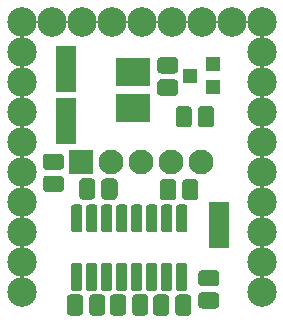
<source format=gbr>
G04 #@! TF.GenerationSoftware,KiCad,Pcbnew,(5.1.5)-3*
G04 #@! TF.CreationDate,2020-12-08T16:15:33+01:00*
G04 #@! TF.ProjectId,Microduino_UART,4d696372-6f64-4756-996e-6f5f55415254,0.0*
G04 #@! TF.SameCoordinates,Original*
G04 #@! TF.FileFunction,Soldermask,Bot*
G04 #@! TF.FilePolarity,Negative*
%FSLAX46Y46*%
G04 Gerber Fmt 4.6, Leading zero omitted, Abs format (unit mm)*
G04 Created by KiCad (PCBNEW (5.1.5)-3) date 2020-12-08 16:15:33*
%MOMM*%
%LPD*%
G04 APERTURE LIST*
%ADD10C,0.100000*%
%ADD11R,2.100000X2.100000*%
%ADD12C,2.100000*%
%ADD13R,1.670000X1.370000*%
%ADD14C,2.500000*%
%ADD15R,1.300000X1.200000*%
%ADD16R,2.900000X2.350000*%
G04 APERTURE END LIST*
D10*
G36*
X155912043Y-78565555D02*
G01*
X155945412Y-78570505D01*
X155978135Y-78578702D01*
X156009897Y-78590066D01*
X156040393Y-78604490D01*
X156069327Y-78621832D01*
X156096423Y-78641928D01*
X156121418Y-78664582D01*
X156144072Y-78689577D01*
X156164168Y-78716673D01*
X156181510Y-78745607D01*
X156195934Y-78776103D01*
X156207298Y-78807865D01*
X156215495Y-78840588D01*
X156220445Y-78873957D01*
X156222100Y-78907650D01*
X156222100Y-80020150D01*
X156220445Y-80053843D01*
X156215495Y-80087212D01*
X156207298Y-80119935D01*
X156195934Y-80151697D01*
X156181510Y-80182193D01*
X156164168Y-80211127D01*
X156144072Y-80238223D01*
X156121418Y-80263218D01*
X156096423Y-80285872D01*
X156069327Y-80305968D01*
X156040393Y-80323310D01*
X156009897Y-80337734D01*
X155978135Y-80349098D01*
X155945412Y-80357295D01*
X155912043Y-80362245D01*
X155878350Y-80363900D01*
X155190850Y-80363900D01*
X155157157Y-80362245D01*
X155123788Y-80357295D01*
X155091065Y-80349098D01*
X155059303Y-80337734D01*
X155028807Y-80323310D01*
X154999873Y-80305968D01*
X154972777Y-80285872D01*
X154947782Y-80263218D01*
X154925128Y-80238223D01*
X154905032Y-80211127D01*
X154887690Y-80182193D01*
X154873266Y-80151697D01*
X154861902Y-80119935D01*
X154853705Y-80087212D01*
X154848755Y-80053843D01*
X154847100Y-80020150D01*
X154847100Y-78907650D01*
X154848755Y-78873957D01*
X154853705Y-78840588D01*
X154861902Y-78807865D01*
X154873266Y-78776103D01*
X154887690Y-78745607D01*
X154905032Y-78716673D01*
X154925128Y-78689577D01*
X154947782Y-78664582D01*
X154972777Y-78641928D01*
X154999873Y-78621832D01*
X155028807Y-78604490D01*
X155059303Y-78590066D01*
X155091065Y-78578702D01*
X155123788Y-78570505D01*
X155157157Y-78565555D01*
X155190850Y-78563900D01*
X155878350Y-78563900D01*
X155912043Y-78565555D01*
G37*
G36*
X154037043Y-78565555D02*
G01*
X154070412Y-78570505D01*
X154103135Y-78578702D01*
X154134897Y-78590066D01*
X154165393Y-78604490D01*
X154194327Y-78621832D01*
X154221423Y-78641928D01*
X154246418Y-78664582D01*
X154269072Y-78689577D01*
X154289168Y-78716673D01*
X154306510Y-78745607D01*
X154320934Y-78776103D01*
X154332298Y-78807865D01*
X154340495Y-78840588D01*
X154345445Y-78873957D01*
X154347100Y-78907650D01*
X154347100Y-80020150D01*
X154345445Y-80053843D01*
X154340495Y-80087212D01*
X154332298Y-80119935D01*
X154320934Y-80151697D01*
X154306510Y-80182193D01*
X154289168Y-80211127D01*
X154269072Y-80238223D01*
X154246418Y-80263218D01*
X154221423Y-80285872D01*
X154194327Y-80305968D01*
X154165393Y-80323310D01*
X154134897Y-80337734D01*
X154103135Y-80349098D01*
X154070412Y-80357295D01*
X154037043Y-80362245D01*
X154003350Y-80363900D01*
X153315850Y-80363900D01*
X153282157Y-80362245D01*
X153248788Y-80357295D01*
X153216065Y-80349098D01*
X153184303Y-80337734D01*
X153153807Y-80323310D01*
X153124873Y-80305968D01*
X153097777Y-80285872D01*
X153072782Y-80263218D01*
X153050128Y-80238223D01*
X153030032Y-80211127D01*
X153012690Y-80182193D01*
X152998266Y-80151697D01*
X152986902Y-80119935D01*
X152978705Y-80087212D01*
X152973755Y-80053843D01*
X152972100Y-80020150D01*
X152972100Y-78907650D01*
X152973755Y-78873957D01*
X152978705Y-78840588D01*
X152986902Y-78807865D01*
X152998266Y-78776103D01*
X153012690Y-78745607D01*
X153030032Y-78716673D01*
X153050128Y-78689577D01*
X153072782Y-78664582D01*
X153097777Y-78641928D01*
X153124873Y-78621832D01*
X153153807Y-78604490D01*
X153184303Y-78590066D01*
X153216065Y-78578702D01*
X153248788Y-78570505D01*
X153282157Y-78565555D01*
X153315850Y-78563900D01*
X154003350Y-78563900D01*
X154037043Y-78565555D01*
G37*
G36*
X151682943Y-88319155D02*
G01*
X151716312Y-88324105D01*
X151749035Y-88332302D01*
X151780797Y-88343666D01*
X151811293Y-88358090D01*
X151840227Y-88375432D01*
X151867323Y-88395528D01*
X151892318Y-88418182D01*
X151914972Y-88443177D01*
X151935068Y-88470273D01*
X151952410Y-88499207D01*
X151966834Y-88529703D01*
X151978198Y-88561465D01*
X151986395Y-88594188D01*
X151991345Y-88627557D01*
X151993000Y-88661250D01*
X151993000Y-89773750D01*
X151991345Y-89807443D01*
X151986395Y-89840812D01*
X151978198Y-89873535D01*
X151966834Y-89905297D01*
X151952410Y-89935793D01*
X151935068Y-89964727D01*
X151914972Y-89991823D01*
X151892318Y-90016818D01*
X151867323Y-90039472D01*
X151840227Y-90059568D01*
X151811293Y-90076910D01*
X151780797Y-90091334D01*
X151749035Y-90102698D01*
X151716312Y-90110895D01*
X151682943Y-90115845D01*
X151649250Y-90117500D01*
X150961750Y-90117500D01*
X150928057Y-90115845D01*
X150894688Y-90110895D01*
X150861965Y-90102698D01*
X150830203Y-90091334D01*
X150799707Y-90076910D01*
X150770773Y-90059568D01*
X150743677Y-90039472D01*
X150718682Y-90016818D01*
X150696028Y-89991823D01*
X150675932Y-89964727D01*
X150658590Y-89935793D01*
X150644166Y-89905297D01*
X150632802Y-89873535D01*
X150624605Y-89840812D01*
X150619655Y-89807443D01*
X150618000Y-89773750D01*
X150618000Y-88661250D01*
X150619655Y-88627557D01*
X150624605Y-88594188D01*
X150632802Y-88561465D01*
X150644166Y-88529703D01*
X150658590Y-88499207D01*
X150675932Y-88470273D01*
X150696028Y-88443177D01*
X150718682Y-88418182D01*
X150743677Y-88395528D01*
X150770773Y-88375432D01*
X150799707Y-88358090D01*
X150830203Y-88343666D01*
X150861965Y-88332302D01*
X150894688Y-88324105D01*
X150928057Y-88319155D01*
X150961750Y-88317500D01*
X151649250Y-88317500D01*
X151682943Y-88319155D01*
G37*
G36*
X149807943Y-88319155D02*
G01*
X149841312Y-88324105D01*
X149874035Y-88332302D01*
X149905797Y-88343666D01*
X149936293Y-88358090D01*
X149965227Y-88375432D01*
X149992323Y-88395528D01*
X150017318Y-88418182D01*
X150039972Y-88443177D01*
X150060068Y-88470273D01*
X150077410Y-88499207D01*
X150091834Y-88529703D01*
X150103198Y-88561465D01*
X150111395Y-88594188D01*
X150116345Y-88627557D01*
X150118000Y-88661250D01*
X150118000Y-89773750D01*
X150116345Y-89807443D01*
X150111395Y-89840812D01*
X150103198Y-89873535D01*
X150091834Y-89905297D01*
X150077410Y-89935793D01*
X150060068Y-89964727D01*
X150039972Y-89991823D01*
X150017318Y-90016818D01*
X149992323Y-90039472D01*
X149965227Y-90059568D01*
X149936293Y-90076910D01*
X149905797Y-90091334D01*
X149874035Y-90102698D01*
X149841312Y-90110895D01*
X149807943Y-90115845D01*
X149774250Y-90117500D01*
X149086750Y-90117500D01*
X149053057Y-90115845D01*
X149019688Y-90110895D01*
X148986965Y-90102698D01*
X148955203Y-90091334D01*
X148924707Y-90076910D01*
X148895773Y-90059568D01*
X148868677Y-90039472D01*
X148843682Y-90016818D01*
X148821028Y-89991823D01*
X148800932Y-89964727D01*
X148783590Y-89935793D01*
X148769166Y-89905297D01*
X148757802Y-89873535D01*
X148749605Y-89840812D01*
X148744655Y-89807443D01*
X148743000Y-89773750D01*
X148743000Y-88661250D01*
X148744655Y-88627557D01*
X148749605Y-88594188D01*
X148757802Y-88561465D01*
X148769166Y-88529703D01*
X148783590Y-88499207D01*
X148800932Y-88470273D01*
X148821028Y-88443177D01*
X148843682Y-88418182D01*
X148868677Y-88395528D01*
X148895773Y-88375432D01*
X148924707Y-88358090D01*
X148955203Y-88343666D01*
X148986965Y-88332302D01*
X149019688Y-88324105D01*
X149053057Y-88319155D01*
X149086750Y-88317500D01*
X149774250Y-88317500D01*
X149807943Y-88319155D01*
G37*
G36*
X153452843Y-88331855D02*
G01*
X153486212Y-88336805D01*
X153518935Y-88345002D01*
X153550697Y-88356366D01*
X153581193Y-88370790D01*
X153610127Y-88388132D01*
X153637223Y-88408228D01*
X153662218Y-88430882D01*
X153684872Y-88455877D01*
X153704968Y-88482973D01*
X153722310Y-88511907D01*
X153736734Y-88542403D01*
X153748098Y-88574165D01*
X153756295Y-88606888D01*
X153761245Y-88640257D01*
X153762900Y-88673950D01*
X153762900Y-89786450D01*
X153761245Y-89820143D01*
X153756295Y-89853512D01*
X153748098Y-89886235D01*
X153736734Y-89917997D01*
X153722310Y-89948493D01*
X153704968Y-89977427D01*
X153684872Y-90004523D01*
X153662218Y-90029518D01*
X153637223Y-90052172D01*
X153610127Y-90072268D01*
X153581193Y-90089610D01*
X153550697Y-90104034D01*
X153518935Y-90115398D01*
X153486212Y-90123595D01*
X153452843Y-90128545D01*
X153419150Y-90130200D01*
X152731650Y-90130200D01*
X152697957Y-90128545D01*
X152664588Y-90123595D01*
X152631865Y-90115398D01*
X152600103Y-90104034D01*
X152569607Y-90089610D01*
X152540673Y-90072268D01*
X152513577Y-90052172D01*
X152488582Y-90029518D01*
X152465928Y-90004523D01*
X152445832Y-89977427D01*
X152428490Y-89948493D01*
X152414066Y-89917997D01*
X152402702Y-89886235D01*
X152394505Y-89853512D01*
X152389555Y-89820143D01*
X152387900Y-89786450D01*
X152387900Y-88673950D01*
X152389555Y-88640257D01*
X152394505Y-88606888D01*
X152402702Y-88574165D01*
X152414066Y-88542403D01*
X152428490Y-88511907D01*
X152445832Y-88482973D01*
X152465928Y-88455877D01*
X152488582Y-88430882D01*
X152513577Y-88408228D01*
X152540673Y-88388132D01*
X152569607Y-88370790D01*
X152600103Y-88356366D01*
X152631865Y-88345002D01*
X152664588Y-88336805D01*
X152697957Y-88331855D01*
X152731650Y-88330200D01*
X153419150Y-88330200D01*
X153452843Y-88331855D01*
G37*
G36*
X155327843Y-88331855D02*
G01*
X155361212Y-88336805D01*
X155393935Y-88345002D01*
X155425697Y-88356366D01*
X155456193Y-88370790D01*
X155485127Y-88388132D01*
X155512223Y-88408228D01*
X155537218Y-88430882D01*
X155559872Y-88455877D01*
X155579968Y-88482973D01*
X155597310Y-88511907D01*
X155611734Y-88542403D01*
X155623098Y-88574165D01*
X155631295Y-88606888D01*
X155636245Y-88640257D01*
X155637900Y-88673950D01*
X155637900Y-89786450D01*
X155636245Y-89820143D01*
X155631295Y-89853512D01*
X155623098Y-89886235D01*
X155611734Y-89917997D01*
X155597310Y-89948493D01*
X155579968Y-89977427D01*
X155559872Y-90004523D01*
X155537218Y-90029518D01*
X155512223Y-90052172D01*
X155485127Y-90072268D01*
X155456193Y-90089610D01*
X155425697Y-90104034D01*
X155393935Y-90115398D01*
X155361212Y-90123595D01*
X155327843Y-90128545D01*
X155294150Y-90130200D01*
X154606650Y-90130200D01*
X154572957Y-90128545D01*
X154539588Y-90123595D01*
X154506865Y-90115398D01*
X154475103Y-90104034D01*
X154444607Y-90089610D01*
X154415673Y-90072268D01*
X154388577Y-90052172D01*
X154363582Y-90029518D01*
X154340928Y-90004523D01*
X154320832Y-89977427D01*
X154303490Y-89948493D01*
X154289066Y-89917997D01*
X154277702Y-89886235D01*
X154269505Y-89853512D01*
X154264555Y-89820143D01*
X154262900Y-89786450D01*
X154262900Y-88673950D01*
X154264555Y-88640257D01*
X154269505Y-88606888D01*
X154277702Y-88574165D01*
X154289066Y-88542403D01*
X154303490Y-88511907D01*
X154320832Y-88482973D01*
X154340928Y-88455877D01*
X154363582Y-88430882D01*
X154388577Y-88408228D01*
X154415673Y-88388132D01*
X154444607Y-88370790D01*
X154475103Y-88356366D01*
X154506865Y-88345002D01*
X154539588Y-88336805D01*
X154572957Y-88331855D01*
X154606650Y-88330200D01*
X155294150Y-88330200D01*
X155327843Y-88331855D01*
G37*
G36*
X157688943Y-86273355D02*
G01*
X157722312Y-86278305D01*
X157755035Y-86286502D01*
X157786797Y-86297866D01*
X157817293Y-86312290D01*
X157846227Y-86329632D01*
X157873323Y-86349728D01*
X157898318Y-86372382D01*
X157920972Y-86397377D01*
X157941068Y-86424473D01*
X157958410Y-86453407D01*
X157972834Y-86483903D01*
X157984198Y-86515665D01*
X157992395Y-86548388D01*
X157997345Y-86581757D01*
X157999000Y-86615450D01*
X157999000Y-87302950D01*
X157997345Y-87336643D01*
X157992395Y-87370012D01*
X157984198Y-87402735D01*
X157972834Y-87434497D01*
X157958410Y-87464993D01*
X157941068Y-87493927D01*
X157920972Y-87521023D01*
X157898318Y-87546018D01*
X157873323Y-87568672D01*
X157846227Y-87588768D01*
X157817293Y-87606110D01*
X157786797Y-87620534D01*
X157755035Y-87631898D01*
X157722312Y-87640095D01*
X157688943Y-87645045D01*
X157655250Y-87646700D01*
X156542750Y-87646700D01*
X156509057Y-87645045D01*
X156475688Y-87640095D01*
X156442965Y-87631898D01*
X156411203Y-87620534D01*
X156380707Y-87606110D01*
X156351773Y-87588768D01*
X156324677Y-87568672D01*
X156299682Y-87546018D01*
X156277028Y-87521023D01*
X156256932Y-87493927D01*
X156239590Y-87464993D01*
X156225166Y-87434497D01*
X156213802Y-87402735D01*
X156205605Y-87370012D01*
X156200655Y-87336643D01*
X156199000Y-87302950D01*
X156199000Y-86615450D01*
X156200655Y-86581757D01*
X156205605Y-86548388D01*
X156213802Y-86515665D01*
X156225166Y-86483903D01*
X156239590Y-86453407D01*
X156256932Y-86424473D01*
X156277028Y-86397377D01*
X156299682Y-86372382D01*
X156324677Y-86349728D01*
X156351773Y-86329632D01*
X156380707Y-86312290D01*
X156411203Y-86297866D01*
X156442965Y-86286502D01*
X156475688Y-86278305D01*
X156509057Y-86273355D01*
X156542750Y-86271700D01*
X157655250Y-86271700D01*
X157688943Y-86273355D01*
G37*
G36*
X157688943Y-88148355D02*
G01*
X157722312Y-88153305D01*
X157755035Y-88161502D01*
X157786797Y-88172866D01*
X157817293Y-88187290D01*
X157846227Y-88204632D01*
X157873323Y-88224728D01*
X157898318Y-88247382D01*
X157920972Y-88272377D01*
X157941068Y-88299473D01*
X157958410Y-88328407D01*
X157972834Y-88358903D01*
X157984198Y-88390665D01*
X157992395Y-88423388D01*
X157997345Y-88456757D01*
X157999000Y-88490450D01*
X157999000Y-89177950D01*
X157997345Y-89211643D01*
X157992395Y-89245012D01*
X157984198Y-89277735D01*
X157972834Y-89309497D01*
X157958410Y-89339993D01*
X157941068Y-89368927D01*
X157920972Y-89396023D01*
X157898318Y-89421018D01*
X157873323Y-89443672D01*
X157846227Y-89463768D01*
X157817293Y-89481110D01*
X157786797Y-89495534D01*
X157755035Y-89506898D01*
X157722312Y-89515095D01*
X157688943Y-89520045D01*
X157655250Y-89521700D01*
X156542750Y-89521700D01*
X156509057Y-89520045D01*
X156475688Y-89515095D01*
X156442965Y-89506898D01*
X156411203Y-89495534D01*
X156380707Y-89481110D01*
X156351773Y-89463768D01*
X156324677Y-89443672D01*
X156299682Y-89421018D01*
X156277028Y-89396023D01*
X156256932Y-89368927D01*
X156239590Y-89339993D01*
X156225166Y-89309497D01*
X156213802Y-89277735D01*
X156205605Y-89245012D01*
X156200655Y-89211643D01*
X156199000Y-89177950D01*
X156199000Y-88490450D01*
X156200655Y-88456757D01*
X156205605Y-88423388D01*
X156213802Y-88390665D01*
X156225166Y-88358903D01*
X156239590Y-88328407D01*
X156256932Y-88299473D01*
X156277028Y-88272377D01*
X156299682Y-88247382D01*
X156324677Y-88224728D01*
X156351773Y-88204632D01*
X156380707Y-88187290D01*
X156411203Y-88172866D01*
X156442965Y-88161502D01*
X156475688Y-88153305D01*
X156509057Y-88148355D01*
X156542750Y-88146700D01*
X157655250Y-88146700D01*
X157688943Y-88148355D01*
G37*
G36*
X148038043Y-88319155D02*
G01*
X148071412Y-88324105D01*
X148104135Y-88332302D01*
X148135897Y-88343666D01*
X148166393Y-88358090D01*
X148195327Y-88375432D01*
X148222423Y-88395528D01*
X148247418Y-88418182D01*
X148270072Y-88443177D01*
X148290168Y-88470273D01*
X148307510Y-88499207D01*
X148321934Y-88529703D01*
X148333298Y-88561465D01*
X148341495Y-88594188D01*
X148346445Y-88627557D01*
X148348100Y-88661250D01*
X148348100Y-89773750D01*
X148346445Y-89807443D01*
X148341495Y-89840812D01*
X148333298Y-89873535D01*
X148321934Y-89905297D01*
X148307510Y-89935793D01*
X148290168Y-89964727D01*
X148270072Y-89991823D01*
X148247418Y-90016818D01*
X148222423Y-90039472D01*
X148195327Y-90059568D01*
X148166393Y-90076910D01*
X148135897Y-90091334D01*
X148104135Y-90102698D01*
X148071412Y-90110895D01*
X148038043Y-90115845D01*
X148004350Y-90117500D01*
X147316850Y-90117500D01*
X147283157Y-90115845D01*
X147249788Y-90110895D01*
X147217065Y-90102698D01*
X147185303Y-90091334D01*
X147154807Y-90076910D01*
X147125873Y-90059568D01*
X147098777Y-90039472D01*
X147073782Y-90016818D01*
X147051128Y-89991823D01*
X147031032Y-89964727D01*
X147013690Y-89935793D01*
X146999266Y-89905297D01*
X146987902Y-89873535D01*
X146979705Y-89840812D01*
X146974755Y-89807443D01*
X146973100Y-89773750D01*
X146973100Y-88661250D01*
X146974755Y-88627557D01*
X146979705Y-88594188D01*
X146987902Y-88561465D01*
X146999266Y-88529703D01*
X147013690Y-88499207D01*
X147031032Y-88470273D01*
X147051128Y-88443177D01*
X147073782Y-88418182D01*
X147098777Y-88395528D01*
X147125873Y-88375432D01*
X147154807Y-88358090D01*
X147185303Y-88343666D01*
X147217065Y-88332302D01*
X147249788Y-88324105D01*
X147283157Y-88319155D01*
X147316850Y-88317500D01*
X148004350Y-88317500D01*
X148038043Y-88319155D01*
G37*
G36*
X146163043Y-88319155D02*
G01*
X146196412Y-88324105D01*
X146229135Y-88332302D01*
X146260897Y-88343666D01*
X146291393Y-88358090D01*
X146320327Y-88375432D01*
X146347423Y-88395528D01*
X146372418Y-88418182D01*
X146395072Y-88443177D01*
X146415168Y-88470273D01*
X146432510Y-88499207D01*
X146446934Y-88529703D01*
X146458298Y-88561465D01*
X146466495Y-88594188D01*
X146471445Y-88627557D01*
X146473100Y-88661250D01*
X146473100Y-89773750D01*
X146471445Y-89807443D01*
X146466495Y-89840812D01*
X146458298Y-89873535D01*
X146446934Y-89905297D01*
X146432510Y-89935793D01*
X146415168Y-89964727D01*
X146395072Y-89991823D01*
X146372418Y-90016818D01*
X146347423Y-90039472D01*
X146320327Y-90059568D01*
X146291393Y-90076910D01*
X146260897Y-90091334D01*
X146229135Y-90102698D01*
X146196412Y-90110895D01*
X146163043Y-90115845D01*
X146129350Y-90117500D01*
X145441850Y-90117500D01*
X145408157Y-90115845D01*
X145374788Y-90110895D01*
X145342065Y-90102698D01*
X145310303Y-90091334D01*
X145279807Y-90076910D01*
X145250873Y-90059568D01*
X145223777Y-90039472D01*
X145198782Y-90016818D01*
X145176128Y-89991823D01*
X145156032Y-89964727D01*
X145138690Y-89935793D01*
X145124266Y-89905297D01*
X145112902Y-89873535D01*
X145104705Y-89840812D01*
X145099755Y-89807443D01*
X145098100Y-89773750D01*
X145098100Y-88661250D01*
X145099755Y-88627557D01*
X145104705Y-88594188D01*
X145112902Y-88561465D01*
X145124266Y-88529703D01*
X145138690Y-88499207D01*
X145156032Y-88470273D01*
X145176128Y-88443177D01*
X145198782Y-88418182D01*
X145223777Y-88395528D01*
X145250873Y-88375432D01*
X145279807Y-88358090D01*
X145310303Y-88343666D01*
X145342065Y-88332302D01*
X145374788Y-88324105D01*
X145408157Y-88319155D01*
X145441850Y-88317500D01*
X146129350Y-88317500D01*
X146163043Y-88319155D01*
G37*
D11*
X146304000Y-77076300D03*
D12*
X148844000Y-77076300D03*
X151384000Y-77076300D03*
X156464000Y-77076300D03*
X153924000Y-77076300D03*
D13*
X145046700Y-72339200D03*
X145046700Y-73609200D03*
X145046700Y-74879200D03*
X145046700Y-70535800D03*
X145046700Y-69265800D03*
X145046700Y-67995800D03*
D14*
X161569400Y-67843400D03*
X161569400Y-70383400D03*
X161569400Y-72923400D03*
X161569400Y-75463400D03*
X161569400Y-78003400D03*
X161569400Y-80543400D03*
X161569400Y-83083400D03*
X161569400Y-85623400D03*
X161569400Y-88163400D03*
X161569400Y-65303400D03*
X159029400Y-65303400D03*
X156489400Y-65303400D03*
X153949400Y-65303400D03*
X151409400Y-65303400D03*
X148869400Y-65303400D03*
X146329400Y-65303400D03*
X143789400Y-65303400D03*
X141249400Y-65303400D03*
X141249400Y-67843400D03*
X141249400Y-70383400D03*
X141249400Y-72923400D03*
X141249400Y-75463400D03*
X141249400Y-78003400D03*
X141249400Y-80543400D03*
X141249400Y-83083400D03*
X141249400Y-85623400D03*
X141249400Y-88163400D03*
D15*
X157489400Y-68849200D03*
X157489400Y-70749200D03*
X155489400Y-69799200D03*
D10*
G36*
X154221843Y-68252055D02*
G01*
X154255212Y-68257005D01*
X154287935Y-68265202D01*
X154319697Y-68276566D01*
X154350193Y-68290990D01*
X154379127Y-68308332D01*
X154406223Y-68328428D01*
X154431218Y-68351082D01*
X154453872Y-68376077D01*
X154473968Y-68403173D01*
X154491310Y-68432107D01*
X154505734Y-68462603D01*
X154517098Y-68494365D01*
X154525295Y-68527088D01*
X154530245Y-68560457D01*
X154531900Y-68594150D01*
X154531900Y-69281650D01*
X154530245Y-69315343D01*
X154525295Y-69348712D01*
X154517098Y-69381435D01*
X154505734Y-69413197D01*
X154491310Y-69443693D01*
X154473968Y-69472627D01*
X154453872Y-69499723D01*
X154431218Y-69524718D01*
X154406223Y-69547372D01*
X154379127Y-69567468D01*
X154350193Y-69584810D01*
X154319697Y-69599234D01*
X154287935Y-69610598D01*
X154255212Y-69618795D01*
X154221843Y-69623745D01*
X154188150Y-69625400D01*
X153075650Y-69625400D01*
X153041957Y-69623745D01*
X153008588Y-69618795D01*
X152975865Y-69610598D01*
X152944103Y-69599234D01*
X152913607Y-69584810D01*
X152884673Y-69567468D01*
X152857577Y-69547372D01*
X152832582Y-69524718D01*
X152809928Y-69499723D01*
X152789832Y-69472627D01*
X152772490Y-69443693D01*
X152758066Y-69413197D01*
X152746702Y-69381435D01*
X152738505Y-69348712D01*
X152733555Y-69315343D01*
X152731900Y-69281650D01*
X152731900Y-68594150D01*
X152733555Y-68560457D01*
X152738505Y-68527088D01*
X152746702Y-68494365D01*
X152758066Y-68462603D01*
X152772490Y-68432107D01*
X152789832Y-68403173D01*
X152809928Y-68376077D01*
X152832582Y-68351082D01*
X152857577Y-68328428D01*
X152884673Y-68308332D01*
X152913607Y-68290990D01*
X152944103Y-68276566D01*
X152975865Y-68265202D01*
X153008588Y-68257005D01*
X153041957Y-68252055D01*
X153075650Y-68250400D01*
X154188150Y-68250400D01*
X154221843Y-68252055D01*
G37*
G36*
X154221843Y-70127055D02*
G01*
X154255212Y-70132005D01*
X154287935Y-70140202D01*
X154319697Y-70151566D01*
X154350193Y-70165990D01*
X154379127Y-70183332D01*
X154406223Y-70203428D01*
X154431218Y-70226082D01*
X154453872Y-70251077D01*
X154473968Y-70278173D01*
X154491310Y-70307107D01*
X154505734Y-70337603D01*
X154517098Y-70369365D01*
X154525295Y-70402088D01*
X154530245Y-70435457D01*
X154531900Y-70469150D01*
X154531900Y-71156650D01*
X154530245Y-71190343D01*
X154525295Y-71223712D01*
X154517098Y-71256435D01*
X154505734Y-71288197D01*
X154491310Y-71318693D01*
X154473968Y-71347627D01*
X154453872Y-71374723D01*
X154431218Y-71399718D01*
X154406223Y-71422372D01*
X154379127Y-71442468D01*
X154350193Y-71459810D01*
X154319697Y-71474234D01*
X154287935Y-71485598D01*
X154255212Y-71493795D01*
X154221843Y-71498745D01*
X154188150Y-71500400D01*
X153075650Y-71500400D01*
X153041957Y-71498745D01*
X153008588Y-71493795D01*
X152975865Y-71485598D01*
X152944103Y-71474234D01*
X152913607Y-71459810D01*
X152884673Y-71442468D01*
X152857577Y-71422372D01*
X152832582Y-71399718D01*
X152809928Y-71374723D01*
X152789832Y-71347627D01*
X152772490Y-71318693D01*
X152758066Y-71288197D01*
X152746702Y-71256435D01*
X152738505Y-71223712D01*
X152733555Y-71190343D01*
X152731900Y-71156650D01*
X152731900Y-70469150D01*
X152733555Y-70435457D01*
X152738505Y-70402088D01*
X152746702Y-70369365D01*
X152758066Y-70337603D01*
X152772490Y-70307107D01*
X152789832Y-70278173D01*
X152809928Y-70251077D01*
X152832582Y-70226082D01*
X152857577Y-70203428D01*
X152884673Y-70183332D01*
X152913607Y-70165990D01*
X152944103Y-70151566D01*
X152975865Y-70140202D01*
X153008588Y-70132005D01*
X153041957Y-70127055D01*
X153075650Y-70125400D01*
X154188150Y-70125400D01*
X154221843Y-70127055D01*
G37*
G36*
X157245543Y-72393355D02*
G01*
X157278912Y-72398305D01*
X157311635Y-72406502D01*
X157343397Y-72417866D01*
X157373893Y-72432290D01*
X157402827Y-72449632D01*
X157429923Y-72469728D01*
X157454918Y-72492382D01*
X157477572Y-72517377D01*
X157497668Y-72544473D01*
X157515010Y-72573407D01*
X157529434Y-72603903D01*
X157540798Y-72635665D01*
X157548995Y-72668388D01*
X157553945Y-72701757D01*
X157555600Y-72735450D01*
X157555600Y-73847950D01*
X157553945Y-73881643D01*
X157548995Y-73915012D01*
X157540798Y-73947735D01*
X157529434Y-73979497D01*
X157515010Y-74009993D01*
X157497668Y-74038927D01*
X157477572Y-74066023D01*
X157454918Y-74091018D01*
X157429923Y-74113672D01*
X157402827Y-74133768D01*
X157373893Y-74151110D01*
X157343397Y-74165534D01*
X157311635Y-74176898D01*
X157278912Y-74185095D01*
X157245543Y-74190045D01*
X157211850Y-74191700D01*
X156524350Y-74191700D01*
X156490657Y-74190045D01*
X156457288Y-74185095D01*
X156424565Y-74176898D01*
X156392803Y-74165534D01*
X156362307Y-74151110D01*
X156333373Y-74133768D01*
X156306277Y-74113672D01*
X156281282Y-74091018D01*
X156258628Y-74066023D01*
X156238532Y-74038927D01*
X156221190Y-74009993D01*
X156206766Y-73979497D01*
X156195402Y-73947735D01*
X156187205Y-73915012D01*
X156182255Y-73881643D01*
X156180600Y-73847950D01*
X156180600Y-72735450D01*
X156182255Y-72701757D01*
X156187205Y-72668388D01*
X156195402Y-72635665D01*
X156206766Y-72603903D01*
X156221190Y-72573407D01*
X156238532Y-72544473D01*
X156258628Y-72517377D01*
X156281282Y-72492382D01*
X156306277Y-72469728D01*
X156333373Y-72449632D01*
X156362307Y-72432290D01*
X156392803Y-72417866D01*
X156424565Y-72406502D01*
X156457288Y-72398305D01*
X156490657Y-72393355D01*
X156524350Y-72391700D01*
X157211850Y-72391700D01*
X157245543Y-72393355D01*
G37*
G36*
X155370543Y-72393355D02*
G01*
X155403912Y-72398305D01*
X155436635Y-72406502D01*
X155468397Y-72417866D01*
X155498893Y-72432290D01*
X155527827Y-72449632D01*
X155554923Y-72469728D01*
X155579918Y-72492382D01*
X155602572Y-72517377D01*
X155622668Y-72544473D01*
X155640010Y-72573407D01*
X155654434Y-72603903D01*
X155665798Y-72635665D01*
X155673995Y-72668388D01*
X155678945Y-72701757D01*
X155680600Y-72735450D01*
X155680600Y-73847950D01*
X155678945Y-73881643D01*
X155673995Y-73915012D01*
X155665798Y-73947735D01*
X155654434Y-73979497D01*
X155640010Y-74009993D01*
X155622668Y-74038927D01*
X155602572Y-74066023D01*
X155579918Y-74091018D01*
X155554923Y-74113672D01*
X155527827Y-74133768D01*
X155498893Y-74151110D01*
X155468397Y-74165534D01*
X155436635Y-74176898D01*
X155403912Y-74185095D01*
X155370543Y-74190045D01*
X155336850Y-74191700D01*
X154649350Y-74191700D01*
X154615657Y-74190045D01*
X154582288Y-74185095D01*
X154549565Y-74176898D01*
X154517803Y-74165534D01*
X154487307Y-74151110D01*
X154458373Y-74133768D01*
X154431277Y-74113672D01*
X154406282Y-74091018D01*
X154383628Y-74066023D01*
X154363532Y-74038927D01*
X154346190Y-74009993D01*
X154331766Y-73979497D01*
X154320402Y-73947735D01*
X154312205Y-73915012D01*
X154307255Y-73881643D01*
X154305600Y-73847950D01*
X154305600Y-72735450D01*
X154307255Y-72701757D01*
X154312205Y-72668388D01*
X154320402Y-72635665D01*
X154331766Y-72603903D01*
X154346190Y-72573407D01*
X154363532Y-72544473D01*
X154383628Y-72517377D01*
X154406282Y-72492382D01*
X154431277Y-72469728D01*
X154458373Y-72449632D01*
X154487307Y-72432290D01*
X154517803Y-72417866D01*
X154549565Y-72406502D01*
X154582288Y-72398305D01*
X154615657Y-72393355D01*
X154649350Y-72391700D01*
X155336850Y-72391700D01*
X155370543Y-72393355D01*
G37*
G36*
X155074804Y-85667304D02*
G01*
X155099073Y-85670904D01*
X155122871Y-85676865D01*
X155145971Y-85685130D01*
X155168149Y-85695620D01*
X155189193Y-85708233D01*
X155208898Y-85722847D01*
X155227077Y-85739323D01*
X155243553Y-85757502D01*
X155258167Y-85777207D01*
X155270780Y-85798251D01*
X155281270Y-85820429D01*
X155289535Y-85843529D01*
X155295496Y-85867327D01*
X155299096Y-85891596D01*
X155300300Y-85916100D01*
X155300300Y-87766100D01*
X155299096Y-87790604D01*
X155295496Y-87814873D01*
X155289535Y-87838671D01*
X155281270Y-87861771D01*
X155270780Y-87883949D01*
X155258167Y-87904993D01*
X155243553Y-87924698D01*
X155227077Y-87942877D01*
X155208898Y-87959353D01*
X155189193Y-87973967D01*
X155168149Y-87986580D01*
X155145971Y-87997070D01*
X155122871Y-88005335D01*
X155099073Y-88011296D01*
X155074804Y-88014896D01*
X155050300Y-88016100D01*
X154550300Y-88016100D01*
X154525796Y-88014896D01*
X154501527Y-88011296D01*
X154477729Y-88005335D01*
X154454629Y-87997070D01*
X154432451Y-87986580D01*
X154411407Y-87973967D01*
X154391702Y-87959353D01*
X154373523Y-87942877D01*
X154357047Y-87924698D01*
X154342433Y-87904993D01*
X154329820Y-87883949D01*
X154319330Y-87861771D01*
X154311065Y-87838671D01*
X154305104Y-87814873D01*
X154301504Y-87790604D01*
X154300300Y-87766100D01*
X154300300Y-85916100D01*
X154301504Y-85891596D01*
X154305104Y-85867327D01*
X154311065Y-85843529D01*
X154319330Y-85820429D01*
X154329820Y-85798251D01*
X154342433Y-85777207D01*
X154357047Y-85757502D01*
X154373523Y-85739323D01*
X154391702Y-85722847D01*
X154411407Y-85708233D01*
X154432451Y-85695620D01*
X154454629Y-85685130D01*
X154477729Y-85676865D01*
X154501527Y-85670904D01*
X154525796Y-85667304D01*
X154550300Y-85666100D01*
X155050300Y-85666100D01*
X155074804Y-85667304D01*
G37*
G36*
X153804804Y-85667304D02*
G01*
X153829073Y-85670904D01*
X153852871Y-85676865D01*
X153875971Y-85685130D01*
X153898149Y-85695620D01*
X153919193Y-85708233D01*
X153938898Y-85722847D01*
X153957077Y-85739323D01*
X153973553Y-85757502D01*
X153988167Y-85777207D01*
X154000780Y-85798251D01*
X154011270Y-85820429D01*
X154019535Y-85843529D01*
X154025496Y-85867327D01*
X154029096Y-85891596D01*
X154030300Y-85916100D01*
X154030300Y-87766100D01*
X154029096Y-87790604D01*
X154025496Y-87814873D01*
X154019535Y-87838671D01*
X154011270Y-87861771D01*
X154000780Y-87883949D01*
X153988167Y-87904993D01*
X153973553Y-87924698D01*
X153957077Y-87942877D01*
X153938898Y-87959353D01*
X153919193Y-87973967D01*
X153898149Y-87986580D01*
X153875971Y-87997070D01*
X153852871Y-88005335D01*
X153829073Y-88011296D01*
X153804804Y-88014896D01*
X153780300Y-88016100D01*
X153280300Y-88016100D01*
X153255796Y-88014896D01*
X153231527Y-88011296D01*
X153207729Y-88005335D01*
X153184629Y-87997070D01*
X153162451Y-87986580D01*
X153141407Y-87973967D01*
X153121702Y-87959353D01*
X153103523Y-87942877D01*
X153087047Y-87924698D01*
X153072433Y-87904993D01*
X153059820Y-87883949D01*
X153049330Y-87861771D01*
X153041065Y-87838671D01*
X153035104Y-87814873D01*
X153031504Y-87790604D01*
X153030300Y-87766100D01*
X153030300Y-85916100D01*
X153031504Y-85891596D01*
X153035104Y-85867327D01*
X153041065Y-85843529D01*
X153049330Y-85820429D01*
X153059820Y-85798251D01*
X153072433Y-85777207D01*
X153087047Y-85757502D01*
X153103523Y-85739323D01*
X153121702Y-85722847D01*
X153141407Y-85708233D01*
X153162451Y-85695620D01*
X153184629Y-85685130D01*
X153207729Y-85676865D01*
X153231527Y-85670904D01*
X153255796Y-85667304D01*
X153280300Y-85666100D01*
X153780300Y-85666100D01*
X153804804Y-85667304D01*
G37*
G36*
X152534804Y-85667304D02*
G01*
X152559073Y-85670904D01*
X152582871Y-85676865D01*
X152605971Y-85685130D01*
X152628149Y-85695620D01*
X152649193Y-85708233D01*
X152668898Y-85722847D01*
X152687077Y-85739323D01*
X152703553Y-85757502D01*
X152718167Y-85777207D01*
X152730780Y-85798251D01*
X152741270Y-85820429D01*
X152749535Y-85843529D01*
X152755496Y-85867327D01*
X152759096Y-85891596D01*
X152760300Y-85916100D01*
X152760300Y-87766100D01*
X152759096Y-87790604D01*
X152755496Y-87814873D01*
X152749535Y-87838671D01*
X152741270Y-87861771D01*
X152730780Y-87883949D01*
X152718167Y-87904993D01*
X152703553Y-87924698D01*
X152687077Y-87942877D01*
X152668898Y-87959353D01*
X152649193Y-87973967D01*
X152628149Y-87986580D01*
X152605971Y-87997070D01*
X152582871Y-88005335D01*
X152559073Y-88011296D01*
X152534804Y-88014896D01*
X152510300Y-88016100D01*
X152010300Y-88016100D01*
X151985796Y-88014896D01*
X151961527Y-88011296D01*
X151937729Y-88005335D01*
X151914629Y-87997070D01*
X151892451Y-87986580D01*
X151871407Y-87973967D01*
X151851702Y-87959353D01*
X151833523Y-87942877D01*
X151817047Y-87924698D01*
X151802433Y-87904993D01*
X151789820Y-87883949D01*
X151779330Y-87861771D01*
X151771065Y-87838671D01*
X151765104Y-87814873D01*
X151761504Y-87790604D01*
X151760300Y-87766100D01*
X151760300Y-85916100D01*
X151761504Y-85891596D01*
X151765104Y-85867327D01*
X151771065Y-85843529D01*
X151779330Y-85820429D01*
X151789820Y-85798251D01*
X151802433Y-85777207D01*
X151817047Y-85757502D01*
X151833523Y-85739323D01*
X151851702Y-85722847D01*
X151871407Y-85708233D01*
X151892451Y-85695620D01*
X151914629Y-85685130D01*
X151937729Y-85676865D01*
X151961527Y-85670904D01*
X151985796Y-85667304D01*
X152010300Y-85666100D01*
X152510300Y-85666100D01*
X152534804Y-85667304D01*
G37*
G36*
X151264804Y-85667304D02*
G01*
X151289073Y-85670904D01*
X151312871Y-85676865D01*
X151335971Y-85685130D01*
X151358149Y-85695620D01*
X151379193Y-85708233D01*
X151398898Y-85722847D01*
X151417077Y-85739323D01*
X151433553Y-85757502D01*
X151448167Y-85777207D01*
X151460780Y-85798251D01*
X151471270Y-85820429D01*
X151479535Y-85843529D01*
X151485496Y-85867327D01*
X151489096Y-85891596D01*
X151490300Y-85916100D01*
X151490300Y-87766100D01*
X151489096Y-87790604D01*
X151485496Y-87814873D01*
X151479535Y-87838671D01*
X151471270Y-87861771D01*
X151460780Y-87883949D01*
X151448167Y-87904993D01*
X151433553Y-87924698D01*
X151417077Y-87942877D01*
X151398898Y-87959353D01*
X151379193Y-87973967D01*
X151358149Y-87986580D01*
X151335971Y-87997070D01*
X151312871Y-88005335D01*
X151289073Y-88011296D01*
X151264804Y-88014896D01*
X151240300Y-88016100D01*
X150740300Y-88016100D01*
X150715796Y-88014896D01*
X150691527Y-88011296D01*
X150667729Y-88005335D01*
X150644629Y-87997070D01*
X150622451Y-87986580D01*
X150601407Y-87973967D01*
X150581702Y-87959353D01*
X150563523Y-87942877D01*
X150547047Y-87924698D01*
X150532433Y-87904993D01*
X150519820Y-87883949D01*
X150509330Y-87861771D01*
X150501065Y-87838671D01*
X150495104Y-87814873D01*
X150491504Y-87790604D01*
X150490300Y-87766100D01*
X150490300Y-85916100D01*
X150491504Y-85891596D01*
X150495104Y-85867327D01*
X150501065Y-85843529D01*
X150509330Y-85820429D01*
X150519820Y-85798251D01*
X150532433Y-85777207D01*
X150547047Y-85757502D01*
X150563523Y-85739323D01*
X150581702Y-85722847D01*
X150601407Y-85708233D01*
X150622451Y-85695620D01*
X150644629Y-85685130D01*
X150667729Y-85676865D01*
X150691527Y-85670904D01*
X150715796Y-85667304D01*
X150740300Y-85666100D01*
X151240300Y-85666100D01*
X151264804Y-85667304D01*
G37*
G36*
X149994804Y-85667304D02*
G01*
X150019073Y-85670904D01*
X150042871Y-85676865D01*
X150065971Y-85685130D01*
X150088149Y-85695620D01*
X150109193Y-85708233D01*
X150128898Y-85722847D01*
X150147077Y-85739323D01*
X150163553Y-85757502D01*
X150178167Y-85777207D01*
X150190780Y-85798251D01*
X150201270Y-85820429D01*
X150209535Y-85843529D01*
X150215496Y-85867327D01*
X150219096Y-85891596D01*
X150220300Y-85916100D01*
X150220300Y-87766100D01*
X150219096Y-87790604D01*
X150215496Y-87814873D01*
X150209535Y-87838671D01*
X150201270Y-87861771D01*
X150190780Y-87883949D01*
X150178167Y-87904993D01*
X150163553Y-87924698D01*
X150147077Y-87942877D01*
X150128898Y-87959353D01*
X150109193Y-87973967D01*
X150088149Y-87986580D01*
X150065971Y-87997070D01*
X150042871Y-88005335D01*
X150019073Y-88011296D01*
X149994804Y-88014896D01*
X149970300Y-88016100D01*
X149470300Y-88016100D01*
X149445796Y-88014896D01*
X149421527Y-88011296D01*
X149397729Y-88005335D01*
X149374629Y-87997070D01*
X149352451Y-87986580D01*
X149331407Y-87973967D01*
X149311702Y-87959353D01*
X149293523Y-87942877D01*
X149277047Y-87924698D01*
X149262433Y-87904993D01*
X149249820Y-87883949D01*
X149239330Y-87861771D01*
X149231065Y-87838671D01*
X149225104Y-87814873D01*
X149221504Y-87790604D01*
X149220300Y-87766100D01*
X149220300Y-85916100D01*
X149221504Y-85891596D01*
X149225104Y-85867327D01*
X149231065Y-85843529D01*
X149239330Y-85820429D01*
X149249820Y-85798251D01*
X149262433Y-85777207D01*
X149277047Y-85757502D01*
X149293523Y-85739323D01*
X149311702Y-85722847D01*
X149331407Y-85708233D01*
X149352451Y-85695620D01*
X149374629Y-85685130D01*
X149397729Y-85676865D01*
X149421527Y-85670904D01*
X149445796Y-85667304D01*
X149470300Y-85666100D01*
X149970300Y-85666100D01*
X149994804Y-85667304D01*
G37*
G36*
X148724804Y-85667304D02*
G01*
X148749073Y-85670904D01*
X148772871Y-85676865D01*
X148795971Y-85685130D01*
X148818149Y-85695620D01*
X148839193Y-85708233D01*
X148858898Y-85722847D01*
X148877077Y-85739323D01*
X148893553Y-85757502D01*
X148908167Y-85777207D01*
X148920780Y-85798251D01*
X148931270Y-85820429D01*
X148939535Y-85843529D01*
X148945496Y-85867327D01*
X148949096Y-85891596D01*
X148950300Y-85916100D01*
X148950300Y-87766100D01*
X148949096Y-87790604D01*
X148945496Y-87814873D01*
X148939535Y-87838671D01*
X148931270Y-87861771D01*
X148920780Y-87883949D01*
X148908167Y-87904993D01*
X148893553Y-87924698D01*
X148877077Y-87942877D01*
X148858898Y-87959353D01*
X148839193Y-87973967D01*
X148818149Y-87986580D01*
X148795971Y-87997070D01*
X148772871Y-88005335D01*
X148749073Y-88011296D01*
X148724804Y-88014896D01*
X148700300Y-88016100D01*
X148200300Y-88016100D01*
X148175796Y-88014896D01*
X148151527Y-88011296D01*
X148127729Y-88005335D01*
X148104629Y-87997070D01*
X148082451Y-87986580D01*
X148061407Y-87973967D01*
X148041702Y-87959353D01*
X148023523Y-87942877D01*
X148007047Y-87924698D01*
X147992433Y-87904993D01*
X147979820Y-87883949D01*
X147969330Y-87861771D01*
X147961065Y-87838671D01*
X147955104Y-87814873D01*
X147951504Y-87790604D01*
X147950300Y-87766100D01*
X147950300Y-85916100D01*
X147951504Y-85891596D01*
X147955104Y-85867327D01*
X147961065Y-85843529D01*
X147969330Y-85820429D01*
X147979820Y-85798251D01*
X147992433Y-85777207D01*
X148007047Y-85757502D01*
X148023523Y-85739323D01*
X148041702Y-85722847D01*
X148061407Y-85708233D01*
X148082451Y-85695620D01*
X148104629Y-85685130D01*
X148127729Y-85676865D01*
X148151527Y-85670904D01*
X148175796Y-85667304D01*
X148200300Y-85666100D01*
X148700300Y-85666100D01*
X148724804Y-85667304D01*
G37*
G36*
X147454804Y-85667304D02*
G01*
X147479073Y-85670904D01*
X147502871Y-85676865D01*
X147525971Y-85685130D01*
X147548149Y-85695620D01*
X147569193Y-85708233D01*
X147588898Y-85722847D01*
X147607077Y-85739323D01*
X147623553Y-85757502D01*
X147638167Y-85777207D01*
X147650780Y-85798251D01*
X147661270Y-85820429D01*
X147669535Y-85843529D01*
X147675496Y-85867327D01*
X147679096Y-85891596D01*
X147680300Y-85916100D01*
X147680300Y-87766100D01*
X147679096Y-87790604D01*
X147675496Y-87814873D01*
X147669535Y-87838671D01*
X147661270Y-87861771D01*
X147650780Y-87883949D01*
X147638167Y-87904993D01*
X147623553Y-87924698D01*
X147607077Y-87942877D01*
X147588898Y-87959353D01*
X147569193Y-87973967D01*
X147548149Y-87986580D01*
X147525971Y-87997070D01*
X147502871Y-88005335D01*
X147479073Y-88011296D01*
X147454804Y-88014896D01*
X147430300Y-88016100D01*
X146930300Y-88016100D01*
X146905796Y-88014896D01*
X146881527Y-88011296D01*
X146857729Y-88005335D01*
X146834629Y-87997070D01*
X146812451Y-87986580D01*
X146791407Y-87973967D01*
X146771702Y-87959353D01*
X146753523Y-87942877D01*
X146737047Y-87924698D01*
X146722433Y-87904993D01*
X146709820Y-87883949D01*
X146699330Y-87861771D01*
X146691065Y-87838671D01*
X146685104Y-87814873D01*
X146681504Y-87790604D01*
X146680300Y-87766100D01*
X146680300Y-85916100D01*
X146681504Y-85891596D01*
X146685104Y-85867327D01*
X146691065Y-85843529D01*
X146699330Y-85820429D01*
X146709820Y-85798251D01*
X146722433Y-85777207D01*
X146737047Y-85757502D01*
X146753523Y-85739323D01*
X146771702Y-85722847D01*
X146791407Y-85708233D01*
X146812451Y-85695620D01*
X146834629Y-85685130D01*
X146857729Y-85676865D01*
X146881527Y-85670904D01*
X146905796Y-85667304D01*
X146930300Y-85666100D01*
X147430300Y-85666100D01*
X147454804Y-85667304D01*
G37*
G36*
X146184804Y-85667304D02*
G01*
X146209073Y-85670904D01*
X146232871Y-85676865D01*
X146255971Y-85685130D01*
X146278149Y-85695620D01*
X146299193Y-85708233D01*
X146318898Y-85722847D01*
X146337077Y-85739323D01*
X146353553Y-85757502D01*
X146368167Y-85777207D01*
X146380780Y-85798251D01*
X146391270Y-85820429D01*
X146399535Y-85843529D01*
X146405496Y-85867327D01*
X146409096Y-85891596D01*
X146410300Y-85916100D01*
X146410300Y-87766100D01*
X146409096Y-87790604D01*
X146405496Y-87814873D01*
X146399535Y-87838671D01*
X146391270Y-87861771D01*
X146380780Y-87883949D01*
X146368167Y-87904993D01*
X146353553Y-87924698D01*
X146337077Y-87942877D01*
X146318898Y-87959353D01*
X146299193Y-87973967D01*
X146278149Y-87986580D01*
X146255971Y-87997070D01*
X146232871Y-88005335D01*
X146209073Y-88011296D01*
X146184804Y-88014896D01*
X146160300Y-88016100D01*
X145660300Y-88016100D01*
X145635796Y-88014896D01*
X145611527Y-88011296D01*
X145587729Y-88005335D01*
X145564629Y-87997070D01*
X145542451Y-87986580D01*
X145521407Y-87973967D01*
X145501702Y-87959353D01*
X145483523Y-87942877D01*
X145467047Y-87924698D01*
X145452433Y-87904993D01*
X145439820Y-87883949D01*
X145429330Y-87861771D01*
X145421065Y-87838671D01*
X145415104Y-87814873D01*
X145411504Y-87790604D01*
X145410300Y-87766100D01*
X145410300Y-85916100D01*
X145411504Y-85891596D01*
X145415104Y-85867327D01*
X145421065Y-85843529D01*
X145429330Y-85820429D01*
X145439820Y-85798251D01*
X145452433Y-85777207D01*
X145467047Y-85757502D01*
X145483523Y-85739323D01*
X145501702Y-85722847D01*
X145521407Y-85708233D01*
X145542451Y-85695620D01*
X145564629Y-85685130D01*
X145587729Y-85676865D01*
X145611527Y-85670904D01*
X145635796Y-85667304D01*
X145660300Y-85666100D01*
X146160300Y-85666100D01*
X146184804Y-85667304D01*
G37*
G36*
X146184804Y-80717304D02*
G01*
X146209073Y-80720904D01*
X146232871Y-80726865D01*
X146255971Y-80735130D01*
X146278149Y-80745620D01*
X146299193Y-80758233D01*
X146318898Y-80772847D01*
X146337077Y-80789323D01*
X146353553Y-80807502D01*
X146368167Y-80827207D01*
X146380780Y-80848251D01*
X146391270Y-80870429D01*
X146399535Y-80893529D01*
X146405496Y-80917327D01*
X146409096Y-80941596D01*
X146410300Y-80966100D01*
X146410300Y-82816100D01*
X146409096Y-82840604D01*
X146405496Y-82864873D01*
X146399535Y-82888671D01*
X146391270Y-82911771D01*
X146380780Y-82933949D01*
X146368167Y-82954993D01*
X146353553Y-82974698D01*
X146337077Y-82992877D01*
X146318898Y-83009353D01*
X146299193Y-83023967D01*
X146278149Y-83036580D01*
X146255971Y-83047070D01*
X146232871Y-83055335D01*
X146209073Y-83061296D01*
X146184804Y-83064896D01*
X146160300Y-83066100D01*
X145660300Y-83066100D01*
X145635796Y-83064896D01*
X145611527Y-83061296D01*
X145587729Y-83055335D01*
X145564629Y-83047070D01*
X145542451Y-83036580D01*
X145521407Y-83023967D01*
X145501702Y-83009353D01*
X145483523Y-82992877D01*
X145467047Y-82974698D01*
X145452433Y-82954993D01*
X145439820Y-82933949D01*
X145429330Y-82911771D01*
X145421065Y-82888671D01*
X145415104Y-82864873D01*
X145411504Y-82840604D01*
X145410300Y-82816100D01*
X145410300Y-80966100D01*
X145411504Y-80941596D01*
X145415104Y-80917327D01*
X145421065Y-80893529D01*
X145429330Y-80870429D01*
X145439820Y-80848251D01*
X145452433Y-80827207D01*
X145467047Y-80807502D01*
X145483523Y-80789323D01*
X145501702Y-80772847D01*
X145521407Y-80758233D01*
X145542451Y-80745620D01*
X145564629Y-80735130D01*
X145587729Y-80726865D01*
X145611527Y-80720904D01*
X145635796Y-80717304D01*
X145660300Y-80716100D01*
X146160300Y-80716100D01*
X146184804Y-80717304D01*
G37*
G36*
X147454804Y-80717304D02*
G01*
X147479073Y-80720904D01*
X147502871Y-80726865D01*
X147525971Y-80735130D01*
X147548149Y-80745620D01*
X147569193Y-80758233D01*
X147588898Y-80772847D01*
X147607077Y-80789323D01*
X147623553Y-80807502D01*
X147638167Y-80827207D01*
X147650780Y-80848251D01*
X147661270Y-80870429D01*
X147669535Y-80893529D01*
X147675496Y-80917327D01*
X147679096Y-80941596D01*
X147680300Y-80966100D01*
X147680300Y-82816100D01*
X147679096Y-82840604D01*
X147675496Y-82864873D01*
X147669535Y-82888671D01*
X147661270Y-82911771D01*
X147650780Y-82933949D01*
X147638167Y-82954993D01*
X147623553Y-82974698D01*
X147607077Y-82992877D01*
X147588898Y-83009353D01*
X147569193Y-83023967D01*
X147548149Y-83036580D01*
X147525971Y-83047070D01*
X147502871Y-83055335D01*
X147479073Y-83061296D01*
X147454804Y-83064896D01*
X147430300Y-83066100D01*
X146930300Y-83066100D01*
X146905796Y-83064896D01*
X146881527Y-83061296D01*
X146857729Y-83055335D01*
X146834629Y-83047070D01*
X146812451Y-83036580D01*
X146791407Y-83023967D01*
X146771702Y-83009353D01*
X146753523Y-82992877D01*
X146737047Y-82974698D01*
X146722433Y-82954993D01*
X146709820Y-82933949D01*
X146699330Y-82911771D01*
X146691065Y-82888671D01*
X146685104Y-82864873D01*
X146681504Y-82840604D01*
X146680300Y-82816100D01*
X146680300Y-80966100D01*
X146681504Y-80941596D01*
X146685104Y-80917327D01*
X146691065Y-80893529D01*
X146699330Y-80870429D01*
X146709820Y-80848251D01*
X146722433Y-80827207D01*
X146737047Y-80807502D01*
X146753523Y-80789323D01*
X146771702Y-80772847D01*
X146791407Y-80758233D01*
X146812451Y-80745620D01*
X146834629Y-80735130D01*
X146857729Y-80726865D01*
X146881527Y-80720904D01*
X146905796Y-80717304D01*
X146930300Y-80716100D01*
X147430300Y-80716100D01*
X147454804Y-80717304D01*
G37*
G36*
X148724804Y-80717304D02*
G01*
X148749073Y-80720904D01*
X148772871Y-80726865D01*
X148795971Y-80735130D01*
X148818149Y-80745620D01*
X148839193Y-80758233D01*
X148858898Y-80772847D01*
X148877077Y-80789323D01*
X148893553Y-80807502D01*
X148908167Y-80827207D01*
X148920780Y-80848251D01*
X148931270Y-80870429D01*
X148939535Y-80893529D01*
X148945496Y-80917327D01*
X148949096Y-80941596D01*
X148950300Y-80966100D01*
X148950300Y-82816100D01*
X148949096Y-82840604D01*
X148945496Y-82864873D01*
X148939535Y-82888671D01*
X148931270Y-82911771D01*
X148920780Y-82933949D01*
X148908167Y-82954993D01*
X148893553Y-82974698D01*
X148877077Y-82992877D01*
X148858898Y-83009353D01*
X148839193Y-83023967D01*
X148818149Y-83036580D01*
X148795971Y-83047070D01*
X148772871Y-83055335D01*
X148749073Y-83061296D01*
X148724804Y-83064896D01*
X148700300Y-83066100D01*
X148200300Y-83066100D01*
X148175796Y-83064896D01*
X148151527Y-83061296D01*
X148127729Y-83055335D01*
X148104629Y-83047070D01*
X148082451Y-83036580D01*
X148061407Y-83023967D01*
X148041702Y-83009353D01*
X148023523Y-82992877D01*
X148007047Y-82974698D01*
X147992433Y-82954993D01*
X147979820Y-82933949D01*
X147969330Y-82911771D01*
X147961065Y-82888671D01*
X147955104Y-82864873D01*
X147951504Y-82840604D01*
X147950300Y-82816100D01*
X147950300Y-80966100D01*
X147951504Y-80941596D01*
X147955104Y-80917327D01*
X147961065Y-80893529D01*
X147969330Y-80870429D01*
X147979820Y-80848251D01*
X147992433Y-80827207D01*
X148007047Y-80807502D01*
X148023523Y-80789323D01*
X148041702Y-80772847D01*
X148061407Y-80758233D01*
X148082451Y-80745620D01*
X148104629Y-80735130D01*
X148127729Y-80726865D01*
X148151527Y-80720904D01*
X148175796Y-80717304D01*
X148200300Y-80716100D01*
X148700300Y-80716100D01*
X148724804Y-80717304D01*
G37*
G36*
X149994804Y-80717304D02*
G01*
X150019073Y-80720904D01*
X150042871Y-80726865D01*
X150065971Y-80735130D01*
X150088149Y-80745620D01*
X150109193Y-80758233D01*
X150128898Y-80772847D01*
X150147077Y-80789323D01*
X150163553Y-80807502D01*
X150178167Y-80827207D01*
X150190780Y-80848251D01*
X150201270Y-80870429D01*
X150209535Y-80893529D01*
X150215496Y-80917327D01*
X150219096Y-80941596D01*
X150220300Y-80966100D01*
X150220300Y-82816100D01*
X150219096Y-82840604D01*
X150215496Y-82864873D01*
X150209535Y-82888671D01*
X150201270Y-82911771D01*
X150190780Y-82933949D01*
X150178167Y-82954993D01*
X150163553Y-82974698D01*
X150147077Y-82992877D01*
X150128898Y-83009353D01*
X150109193Y-83023967D01*
X150088149Y-83036580D01*
X150065971Y-83047070D01*
X150042871Y-83055335D01*
X150019073Y-83061296D01*
X149994804Y-83064896D01*
X149970300Y-83066100D01*
X149470300Y-83066100D01*
X149445796Y-83064896D01*
X149421527Y-83061296D01*
X149397729Y-83055335D01*
X149374629Y-83047070D01*
X149352451Y-83036580D01*
X149331407Y-83023967D01*
X149311702Y-83009353D01*
X149293523Y-82992877D01*
X149277047Y-82974698D01*
X149262433Y-82954993D01*
X149249820Y-82933949D01*
X149239330Y-82911771D01*
X149231065Y-82888671D01*
X149225104Y-82864873D01*
X149221504Y-82840604D01*
X149220300Y-82816100D01*
X149220300Y-80966100D01*
X149221504Y-80941596D01*
X149225104Y-80917327D01*
X149231065Y-80893529D01*
X149239330Y-80870429D01*
X149249820Y-80848251D01*
X149262433Y-80827207D01*
X149277047Y-80807502D01*
X149293523Y-80789323D01*
X149311702Y-80772847D01*
X149331407Y-80758233D01*
X149352451Y-80745620D01*
X149374629Y-80735130D01*
X149397729Y-80726865D01*
X149421527Y-80720904D01*
X149445796Y-80717304D01*
X149470300Y-80716100D01*
X149970300Y-80716100D01*
X149994804Y-80717304D01*
G37*
G36*
X151264804Y-80717304D02*
G01*
X151289073Y-80720904D01*
X151312871Y-80726865D01*
X151335971Y-80735130D01*
X151358149Y-80745620D01*
X151379193Y-80758233D01*
X151398898Y-80772847D01*
X151417077Y-80789323D01*
X151433553Y-80807502D01*
X151448167Y-80827207D01*
X151460780Y-80848251D01*
X151471270Y-80870429D01*
X151479535Y-80893529D01*
X151485496Y-80917327D01*
X151489096Y-80941596D01*
X151490300Y-80966100D01*
X151490300Y-82816100D01*
X151489096Y-82840604D01*
X151485496Y-82864873D01*
X151479535Y-82888671D01*
X151471270Y-82911771D01*
X151460780Y-82933949D01*
X151448167Y-82954993D01*
X151433553Y-82974698D01*
X151417077Y-82992877D01*
X151398898Y-83009353D01*
X151379193Y-83023967D01*
X151358149Y-83036580D01*
X151335971Y-83047070D01*
X151312871Y-83055335D01*
X151289073Y-83061296D01*
X151264804Y-83064896D01*
X151240300Y-83066100D01*
X150740300Y-83066100D01*
X150715796Y-83064896D01*
X150691527Y-83061296D01*
X150667729Y-83055335D01*
X150644629Y-83047070D01*
X150622451Y-83036580D01*
X150601407Y-83023967D01*
X150581702Y-83009353D01*
X150563523Y-82992877D01*
X150547047Y-82974698D01*
X150532433Y-82954993D01*
X150519820Y-82933949D01*
X150509330Y-82911771D01*
X150501065Y-82888671D01*
X150495104Y-82864873D01*
X150491504Y-82840604D01*
X150490300Y-82816100D01*
X150490300Y-80966100D01*
X150491504Y-80941596D01*
X150495104Y-80917327D01*
X150501065Y-80893529D01*
X150509330Y-80870429D01*
X150519820Y-80848251D01*
X150532433Y-80827207D01*
X150547047Y-80807502D01*
X150563523Y-80789323D01*
X150581702Y-80772847D01*
X150601407Y-80758233D01*
X150622451Y-80745620D01*
X150644629Y-80735130D01*
X150667729Y-80726865D01*
X150691527Y-80720904D01*
X150715796Y-80717304D01*
X150740300Y-80716100D01*
X151240300Y-80716100D01*
X151264804Y-80717304D01*
G37*
G36*
X152534804Y-80717304D02*
G01*
X152559073Y-80720904D01*
X152582871Y-80726865D01*
X152605971Y-80735130D01*
X152628149Y-80745620D01*
X152649193Y-80758233D01*
X152668898Y-80772847D01*
X152687077Y-80789323D01*
X152703553Y-80807502D01*
X152718167Y-80827207D01*
X152730780Y-80848251D01*
X152741270Y-80870429D01*
X152749535Y-80893529D01*
X152755496Y-80917327D01*
X152759096Y-80941596D01*
X152760300Y-80966100D01*
X152760300Y-82816100D01*
X152759096Y-82840604D01*
X152755496Y-82864873D01*
X152749535Y-82888671D01*
X152741270Y-82911771D01*
X152730780Y-82933949D01*
X152718167Y-82954993D01*
X152703553Y-82974698D01*
X152687077Y-82992877D01*
X152668898Y-83009353D01*
X152649193Y-83023967D01*
X152628149Y-83036580D01*
X152605971Y-83047070D01*
X152582871Y-83055335D01*
X152559073Y-83061296D01*
X152534804Y-83064896D01*
X152510300Y-83066100D01*
X152010300Y-83066100D01*
X151985796Y-83064896D01*
X151961527Y-83061296D01*
X151937729Y-83055335D01*
X151914629Y-83047070D01*
X151892451Y-83036580D01*
X151871407Y-83023967D01*
X151851702Y-83009353D01*
X151833523Y-82992877D01*
X151817047Y-82974698D01*
X151802433Y-82954993D01*
X151789820Y-82933949D01*
X151779330Y-82911771D01*
X151771065Y-82888671D01*
X151765104Y-82864873D01*
X151761504Y-82840604D01*
X151760300Y-82816100D01*
X151760300Y-80966100D01*
X151761504Y-80941596D01*
X151765104Y-80917327D01*
X151771065Y-80893529D01*
X151779330Y-80870429D01*
X151789820Y-80848251D01*
X151802433Y-80827207D01*
X151817047Y-80807502D01*
X151833523Y-80789323D01*
X151851702Y-80772847D01*
X151871407Y-80758233D01*
X151892451Y-80745620D01*
X151914629Y-80735130D01*
X151937729Y-80726865D01*
X151961527Y-80720904D01*
X151985796Y-80717304D01*
X152010300Y-80716100D01*
X152510300Y-80716100D01*
X152534804Y-80717304D01*
G37*
G36*
X153804804Y-80717304D02*
G01*
X153829073Y-80720904D01*
X153852871Y-80726865D01*
X153875971Y-80735130D01*
X153898149Y-80745620D01*
X153919193Y-80758233D01*
X153938898Y-80772847D01*
X153957077Y-80789323D01*
X153973553Y-80807502D01*
X153988167Y-80827207D01*
X154000780Y-80848251D01*
X154011270Y-80870429D01*
X154019535Y-80893529D01*
X154025496Y-80917327D01*
X154029096Y-80941596D01*
X154030300Y-80966100D01*
X154030300Y-82816100D01*
X154029096Y-82840604D01*
X154025496Y-82864873D01*
X154019535Y-82888671D01*
X154011270Y-82911771D01*
X154000780Y-82933949D01*
X153988167Y-82954993D01*
X153973553Y-82974698D01*
X153957077Y-82992877D01*
X153938898Y-83009353D01*
X153919193Y-83023967D01*
X153898149Y-83036580D01*
X153875971Y-83047070D01*
X153852871Y-83055335D01*
X153829073Y-83061296D01*
X153804804Y-83064896D01*
X153780300Y-83066100D01*
X153280300Y-83066100D01*
X153255796Y-83064896D01*
X153231527Y-83061296D01*
X153207729Y-83055335D01*
X153184629Y-83047070D01*
X153162451Y-83036580D01*
X153141407Y-83023967D01*
X153121702Y-83009353D01*
X153103523Y-82992877D01*
X153087047Y-82974698D01*
X153072433Y-82954993D01*
X153059820Y-82933949D01*
X153049330Y-82911771D01*
X153041065Y-82888671D01*
X153035104Y-82864873D01*
X153031504Y-82840604D01*
X153030300Y-82816100D01*
X153030300Y-80966100D01*
X153031504Y-80941596D01*
X153035104Y-80917327D01*
X153041065Y-80893529D01*
X153049330Y-80870429D01*
X153059820Y-80848251D01*
X153072433Y-80827207D01*
X153087047Y-80807502D01*
X153103523Y-80789323D01*
X153121702Y-80772847D01*
X153141407Y-80758233D01*
X153162451Y-80745620D01*
X153184629Y-80735130D01*
X153207729Y-80726865D01*
X153231527Y-80720904D01*
X153255796Y-80717304D01*
X153280300Y-80716100D01*
X153780300Y-80716100D01*
X153804804Y-80717304D01*
G37*
G36*
X155074804Y-80717304D02*
G01*
X155099073Y-80720904D01*
X155122871Y-80726865D01*
X155145971Y-80735130D01*
X155168149Y-80745620D01*
X155189193Y-80758233D01*
X155208898Y-80772847D01*
X155227077Y-80789323D01*
X155243553Y-80807502D01*
X155258167Y-80827207D01*
X155270780Y-80848251D01*
X155281270Y-80870429D01*
X155289535Y-80893529D01*
X155295496Y-80917327D01*
X155299096Y-80941596D01*
X155300300Y-80966100D01*
X155300300Y-82816100D01*
X155299096Y-82840604D01*
X155295496Y-82864873D01*
X155289535Y-82888671D01*
X155281270Y-82911771D01*
X155270780Y-82933949D01*
X155258167Y-82954993D01*
X155243553Y-82974698D01*
X155227077Y-82992877D01*
X155208898Y-83009353D01*
X155189193Y-83023967D01*
X155168149Y-83036580D01*
X155145971Y-83047070D01*
X155122871Y-83055335D01*
X155099073Y-83061296D01*
X155074804Y-83064896D01*
X155050300Y-83066100D01*
X154550300Y-83066100D01*
X154525796Y-83064896D01*
X154501527Y-83061296D01*
X154477729Y-83055335D01*
X154454629Y-83047070D01*
X154432451Y-83036580D01*
X154411407Y-83023967D01*
X154391702Y-83009353D01*
X154373523Y-82992877D01*
X154357047Y-82974698D01*
X154342433Y-82954993D01*
X154329820Y-82933949D01*
X154319330Y-82911771D01*
X154311065Y-82888671D01*
X154305104Y-82864873D01*
X154301504Y-82840604D01*
X154300300Y-82816100D01*
X154300300Y-80966100D01*
X154301504Y-80941596D01*
X154305104Y-80917327D01*
X154311065Y-80893529D01*
X154319330Y-80870429D01*
X154329820Y-80848251D01*
X154342433Y-80827207D01*
X154357047Y-80807502D01*
X154373523Y-80789323D01*
X154391702Y-80772847D01*
X154411407Y-80758233D01*
X154432451Y-80745620D01*
X154454629Y-80735130D01*
X154477729Y-80726865D01*
X154501527Y-80720904D01*
X154525796Y-80717304D01*
X154550300Y-80716100D01*
X155050300Y-80716100D01*
X155074804Y-80717304D01*
G37*
G36*
X144531743Y-76405455D02*
G01*
X144565112Y-76410405D01*
X144597835Y-76418602D01*
X144629597Y-76429966D01*
X144660093Y-76444390D01*
X144689027Y-76461732D01*
X144716123Y-76481828D01*
X144741118Y-76504482D01*
X144763772Y-76529477D01*
X144783868Y-76556573D01*
X144801210Y-76585507D01*
X144815634Y-76616003D01*
X144826998Y-76647765D01*
X144835195Y-76680488D01*
X144840145Y-76713857D01*
X144841800Y-76747550D01*
X144841800Y-77435050D01*
X144840145Y-77468743D01*
X144835195Y-77502112D01*
X144826998Y-77534835D01*
X144815634Y-77566597D01*
X144801210Y-77597093D01*
X144783868Y-77626027D01*
X144763772Y-77653123D01*
X144741118Y-77678118D01*
X144716123Y-77700772D01*
X144689027Y-77720868D01*
X144660093Y-77738210D01*
X144629597Y-77752634D01*
X144597835Y-77763998D01*
X144565112Y-77772195D01*
X144531743Y-77777145D01*
X144498050Y-77778800D01*
X143385550Y-77778800D01*
X143351857Y-77777145D01*
X143318488Y-77772195D01*
X143285765Y-77763998D01*
X143254003Y-77752634D01*
X143223507Y-77738210D01*
X143194573Y-77720868D01*
X143167477Y-77700772D01*
X143142482Y-77678118D01*
X143119828Y-77653123D01*
X143099732Y-77626027D01*
X143082390Y-77597093D01*
X143067966Y-77566597D01*
X143056602Y-77534835D01*
X143048405Y-77502112D01*
X143043455Y-77468743D01*
X143041800Y-77435050D01*
X143041800Y-76747550D01*
X143043455Y-76713857D01*
X143048405Y-76680488D01*
X143056602Y-76647765D01*
X143067966Y-76616003D01*
X143082390Y-76585507D01*
X143099732Y-76556573D01*
X143119828Y-76529477D01*
X143142482Y-76504482D01*
X143167477Y-76481828D01*
X143194573Y-76461732D01*
X143223507Y-76444390D01*
X143254003Y-76429966D01*
X143285765Y-76418602D01*
X143318488Y-76410405D01*
X143351857Y-76405455D01*
X143385550Y-76403800D01*
X144498050Y-76403800D01*
X144531743Y-76405455D01*
G37*
G36*
X144531743Y-78280455D02*
G01*
X144565112Y-78285405D01*
X144597835Y-78293602D01*
X144629597Y-78304966D01*
X144660093Y-78319390D01*
X144689027Y-78336732D01*
X144716123Y-78356828D01*
X144741118Y-78379482D01*
X144763772Y-78404477D01*
X144783868Y-78431573D01*
X144801210Y-78460507D01*
X144815634Y-78491003D01*
X144826998Y-78522765D01*
X144835195Y-78555488D01*
X144840145Y-78588857D01*
X144841800Y-78622550D01*
X144841800Y-79310050D01*
X144840145Y-79343743D01*
X144835195Y-79377112D01*
X144826998Y-79409835D01*
X144815634Y-79441597D01*
X144801210Y-79472093D01*
X144783868Y-79501027D01*
X144763772Y-79528123D01*
X144741118Y-79553118D01*
X144716123Y-79575772D01*
X144689027Y-79595868D01*
X144660093Y-79613210D01*
X144629597Y-79627634D01*
X144597835Y-79638998D01*
X144565112Y-79647195D01*
X144531743Y-79652145D01*
X144498050Y-79653800D01*
X143385550Y-79653800D01*
X143351857Y-79652145D01*
X143318488Y-79647195D01*
X143285765Y-79638998D01*
X143254003Y-79627634D01*
X143223507Y-79613210D01*
X143194573Y-79595868D01*
X143167477Y-79575772D01*
X143142482Y-79553118D01*
X143119828Y-79528123D01*
X143099732Y-79501027D01*
X143082390Y-79472093D01*
X143067966Y-79441597D01*
X143056602Y-79409835D01*
X143048405Y-79377112D01*
X143043455Y-79343743D01*
X143041800Y-79310050D01*
X143041800Y-78622550D01*
X143043455Y-78588857D01*
X143048405Y-78555488D01*
X143056602Y-78522765D01*
X143067966Y-78491003D01*
X143082390Y-78460507D01*
X143099732Y-78431573D01*
X143119828Y-78404477D01*
X143142482Y-78379482D01*
X143167477Y-78356828D01*
X143194573Y-78336732D01*
X143223507Y-78319390D01*
X143254003Y-78304966D01*
X143285765Y-78293602D01*
X143318488Y-78285405D01*
X143351857Y-78280455D01*
X143385550Y-78278800D01*
X144498050Y-78278800D01*
X144531743Y-78280455D01*
G37*
G36*
X147191743Y-78502055D02*
G01*
X147225112Y-78507005D01*
X147257835Y-78515202D01*
X147289597Y-78526566D01*
X147320093Y-78540990D01*
X147349027Y-78558332D01*
X147376123Y-78578428D01*
X147401118Y-78601082D01*
X147423772Y-78626077D01*
X147443868Y-78653173D01*
X147461210Y-78682107D01*
X147475634Y-78712603D01*
X147486998Y-78744365D01*
X147495195Y-78777088D01*
X147500145Y-78810457D01*
X147501800Y-78844150D01*
X147501800Y-79956650D01*
X147500145Y-79990343D01*
X147495195Y-80023712D01*
X147486998Y-80056435D01*
X147475634Y-80088197D01*
X147461210Y-80118693D01*
X147443868Y-80147627D01*
X147423772Y-80174723D01*
X147401118Y-80199718D01*
X147376123Y-80222372D01*
X147349027Y-80242468D01*
X147320093Y-80259810D01*
X147289597Y-80274234D01*
X147257835Y-80285598D01*
X147225112Y-80293795D01*
X147191743Y-80298745D01*
X147158050Y-80300400D01*
X146470550Y-80300400D01*
X146436857Y-80298745D01*
X146403488Y-80293795D01*
X146370765Y-80285598D01*
X146339003Y-80274234D01*
X146308507Y-80259810D01*
X146279573Y-80242468D01*
X146252477Y-80222372D01*
X146227482Y-80199718D01*
X146204828Y-80174723D01*
X146184732Y-80147627D01*
X146167390Y-80118693D01*
X146152966Y-80088197D01*
X146141602Y-80056435D01*
X146133405Y-80023712D01*
X146128455Y-79990343D01*
X146126800Y-79956650D01*
X146126800Y-78844150D01*
X146128455Y-78810457D01*
X146133405Y-78777088D01*
X146141602Y-78744365D01*
X146152966Y-78712603D01*
X146167390Y-78682107D01*
X146184732Y-78653173D01*
X146204828Y-78626077D01*
X146227482Y-78601082D01*
X146252477Y-78578428D01*
X146279573Y-78558332D01*
X146308507Y-78540990D01*
X146339003Y-78526566D01*
X146370765Y-78515202D01*
X146403488Y-78507005D01*
X146436857Y-78502055D01*
X146470550Y-78500400D01*
X147158050Y-78500400D01*
X147191743Y-78502055D01*
G37*
G36*
X149066743Y-78502055D02*
G01*
X149100112Y-78507005D01*
X149132835Y-78515202D01*
X149164597Y-78526566D01*
X149195093Y-78540990D01*
X149224027Y-78558332D01*
X149251123Y-78578428D01*
X149276118Y-78601082D01*
X149298772Y-78626077D01*
X149318868Y-78653173D01*
X149336210Y-78682107D01*
X149350634Y-78712603D01*
X149361998Y-78744365D01*
X149370195Y-78777088D01*
X149375145Y-78810457D01*
X149376800Y-78844150D01*
X149376800Y-79956650D01*
X149375145Y-79990343D01*
X149370195Y-80023712D01*
X149361998Y-80056435D01*
X149350634Y-80088197D01*
X149336210Y-80118693D01*
X149318868Y-80147627D01*
X149298772Y-80174723D01*
X149276118Y-80199718D01*
X149251123Y-80222372D01*
X149224027Y-80242468D01*
X149195093Y-80259810D01*
X149164597Y-80274234D01*
X149132835Y-80285598D01*
X149100112Y-80293795D01*
X149066743Y-80298745D01*
X149033050Y-80300400D01*
X148345550Y-80300400D01*
X148311857Y-80298745D01*
X148278488Y-80293795D01*
X148245765Y-80285598D01*
X148214003Y-80274234D01*
X148183507Y-80259810D01*
X148154573Y-80242468D01*
X148127477Y-80222372D01*
X148102482Y-80199718D01*
X148079828Y-80174723D01*
X148059732Y-80147627D01*
X148042390Y-80118693D01*
X148027966Y-80088197D01*
X148016602Y-80056435D01*
X148008405Y-80023712D01*
X148003455Y-79990343D01*
X148001800Y-79956650D01*
X148001800Y-78844150D01*
X148003455Y-78810457D01*
X148008405Y-78777088D01*
X148016602Y-78744365D01*
X148027966Y-78712603D01*
X148042390Y-78682107D01*
X148059732Y-78653173D01*
X148079828Y-78626077D01*
X148102482Y-78601082D01*
X148127477Y-78578428D01*
X148154573Y-78558332D01*
X148183507Y-78540990D01*
X148214003Y-78526566D01*
X148245765Y-78515202D01*
X148278488Y-78507005D01*
X148311857Y-78502055D01*
X148345550Y-78500400D01*
X149033050Y-78500400D01*
X149066743Y-78502055D01*
G37*
D13*
X157949900Y-83743800D03*
X157949900Y-82473800D03*
X157949900Y-81203800D03*
D16*
X150723600Y-72581500D03*
X150723600Y-69531500D03*
M02*

</source>
